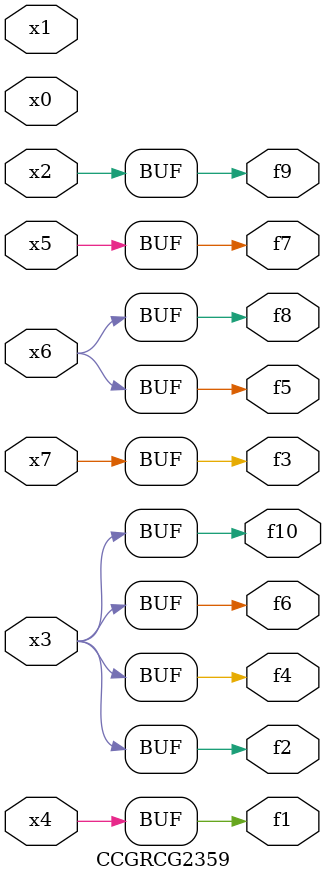
<source format=v>
module CCGRCG2359(
	input x0, x1, x2, x3, x4, x5, x6, x7,
	output f1, f2, f3, f4, f5, f6, f7, f8, f9, f10
);
	assign f1 = x4;
	assign f2 = x3;
	assign f3 = x7;
	assign f4 = x3;
	assign f5 = x6;
	assign f6 = x3;
	assign f7 = x5;
	assign f8 = x6;
	assign f9 = x2;
	assign f10 = x3;
endmodule

</source>
